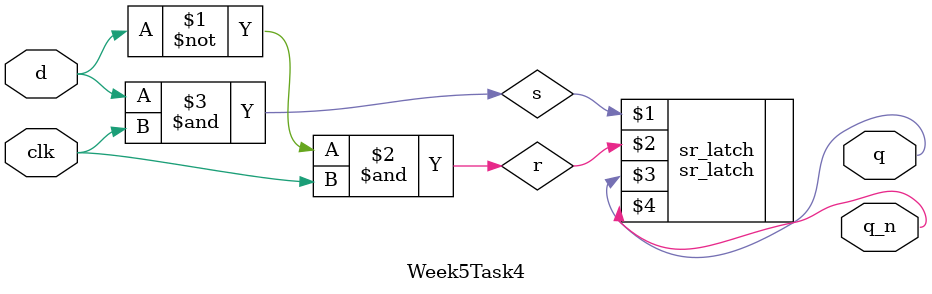
<source format=v>
module Week5Task4
(
input clk,
input d,
output q,
output q_n
);
wire r = ~d & clk;
wire s = d & clk ;
sr_latch sr_latch (s, r, q, q_n) ;
endmodule


</source>
